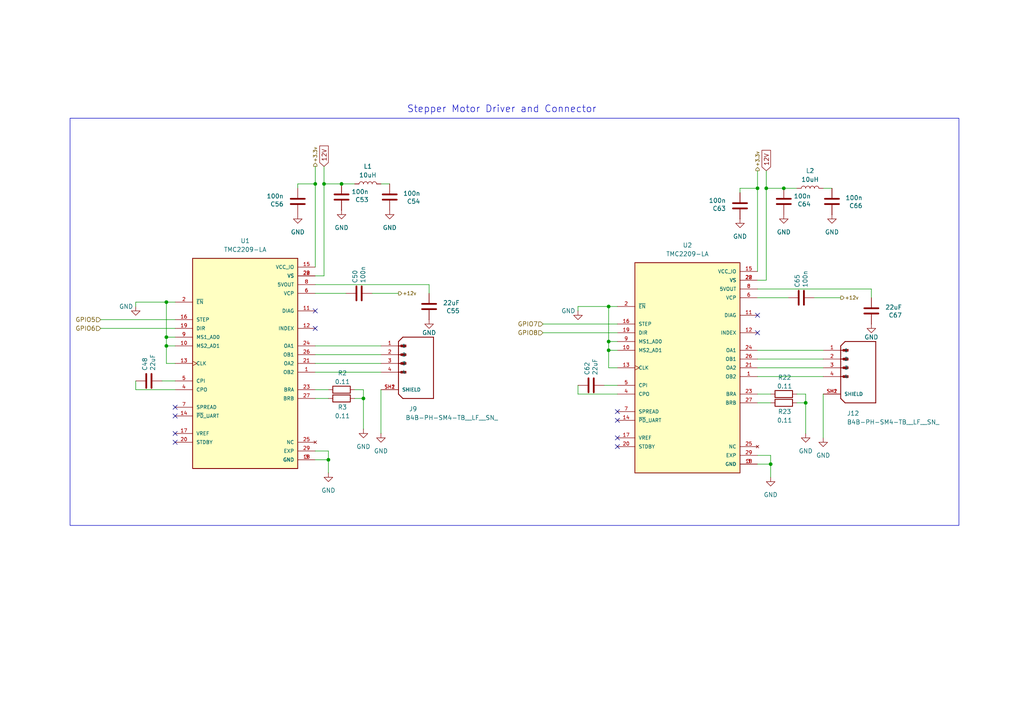
<source format=kicad_sch>
(kicad_sch (version 20250114) (generator "eeschema") (generator_version "9.0")
  (paper "A4")
  (title_block (title "Compute Module 4 IO Board - Stepper") (rev "1") (company "© 2020-2022 Raspberry Pi Ltd (formerly Raspberry Pi (Trading) Ltd.)") (comment 1 "www.raspberrypi.com"))
  (lib_symbols
    (symbol "B4B-PH-SM4-TB__LF__SN_:B4B-PH-SM4-TB__LF__SN_" (pin_names (offset 1.016))
      (property "Reference" "J" (at 0 8.89 0))
      (property "Value" "B4B-PH-SM4-TB__LF__SN_" (at 0 -12.7 0))
      (symbol "B4B-PH-SM4-TB__LF__SN__0_0"
        (polyline (pts (xy 0 6.35) (xy 0 -8.89)) (stroke (width 0.254)))
        (polyline (pts (xy 0 6.35) (xy 1.27 7.62)) (stroke (width 0.254)))
        (polyline (pts (xy 0 5.08) (xy 1.905 5.08)) (stroke (width 0.254)))
        (polyline (pts (xy 0 2.54) (xy 1.905 2.54)) (stroke (width 0.254)))
        (polyline (pts (xy 0 0) (xy 1.905 0)) (stroke (width 0.254)))
        (polyline (pts (xy 0 -2.54) (xy 1.905 -2.54)) (stroke (width 0.254)))
        (polyline (pts (xy 0 -8.89) (xy 1.27 -10.16)) (stroke (width 0.254)))
        (rectangle (start 0.635 4.7625) (end 2.2225 5.3975) (stroke (width 0.1)) (fill (type outline)))
        (rectangle (start 0.635 2.2225) (end 2.2225 2.8575) (stroke (width 0.1)) (fill (type outline)))
        (rectangle (start 0.635 -0.3175) (end 2.2225 0.3175) (stroke (width 0.1)) (fill (type outline)))
        (rectangle (start 0.635 -2.8575) (end 2.2225 -2.2225) (stroke (width 0.1)) (fill (type outline)))
        (polyline (pts (xy 1.27 -10.16) (xy 10.16 -10.16)) (stroke (width 0.254)))
        (polyline (pts (xy 10.16 7.62) (xy 1.27 7.62)) (stroke (width 0.254)))
        (polyline (pts (xy 10.16 -10.16) (xy 10.16 7.62)) (stroke (width 0.254)))
        (pin passive line (at -5.08 5.08 0) (length 5.08) (name "1") (number "1"))
        (pin passive line (at -5.08 2.54 0) (length 5.08) (name "2") (number "2"))
        (pin passive line (at -5.08 0 0) (length 5.08) (name "3") (number "3"))
        (pin passive line (at -5.08 -2.54 0) (length 5.08) (name "4") (number "4"))
        (pin passive line (at -5.08 -7.62 0) (length 5.08) (name "SHIELD") (number "SH1"))
        (pin passive line (at -5.08 -7.62 0) (length 5.08) (name "SHIELD") (number "SH2"))
      )
    )
    (symbol "Device:C" (pin_numbers (hide yes)) (pin_names (offset 0.254))
      (property "Reference" "C" (at 0.635 2.54 0))
      (property "Value" "C" (at 0.635 -2.54 0))
      (symbol "C_0_1"
        (polyline (pts (xy -2.032 0.762) (xy 2.032 0.762)) (stroke (width 0.508)))
        (polyline (pts (xy -2.032 -0.762) (xy 2.032 -0.762)) (stroke (width 0.508)))
      )
      (symbol "C_1_1"
        (pin passive line (at 0 3.81 270) (length 2.794) (name "~") (number "1"))
        (pin passive line (at 0 -3.81 90) (length 2.794) (name "~") (number "2"))
      )
    )
    (symbol "Device:L" (pin_numbers (hide yes)) (pin_names (offset 1.016) (hide yes))
      (property "Reference" "L" (at -1.27 0 90))
      (property "Value" "L" (at 1.905 0 90))
      (symbol "L_0_1"
        (arc (start 0 2.54) (mid 0.6323 1.905) (end 0 1.27))
        (arc (start 0 1.27) (mid 0.6323 0.635) (end 0 0))
        (arc (start 0 0) (mid 0.6323 -0.635) (end 0 -1.27))
        (arc (start 0 -1.27) (mid 0.6323 -1.905) (end 0 -2.54))
      )
      (symbol "L_1_1"
        (pin passive line (at 0 3.81 270) (length 1.27) (name "1") (number "1"))
        (pin passive line (at 0 -3.81 90) (length 1.27) (name "2") (number "2"))
      )
    )
    (symbol "Device:R" (pin_numbers (hide yes)) (pin_names (offset 0))
      (property "Reference" "R" (at 2.032 0 90))
      (property "Value" "R" (at 0 0 90))
      (symbol "R_0_1"
        (rectangle (start -1.016 -2.54) (end 1.016 2.54) (stroke (width 0.254)))
      )
      (symbol "R_1_1"
        (pin passive line (at 0 3.81 270) (length 1.27) (name "~") (number "1"))
        (pin passive line (at 0 -3.81 90) (length 1.27) (name "~") (number "2"))
      )
    )
    (symbol "TMC2209-LA:TMC2209-LA" (pin_names (offset 1.016))
      (property "Reference" "U" (at -15.24 30.48 0))
      (property "Value" "TMC2209-LA" (at -15.24 -33.02 0))
      (symbol "TMC2209-LA_0_0"
        (rectangle (start -15.24 -30.48) (end 15.24 30.48) (stroke (width 0.254)) (fill (type background)))
        (pin input line (at -20.32 17.78 0) (length 5.08) (name "~{EN}") (number "2"))
        (pin input line (at -20.32 12.7 0) (length 5.08) (name "STEP") (number "16"))
        (pin input line (at -20.32 10.16 0) (length 5.08) (name "DIR") (number "19"))
        (pin input line (at -20.32 7.62 0) (length 5.08) (name "MS1_AD0") (number "9"))
        (pin input line (at -20.32 5.08 0) (length 5.08) (name "MS2_AD1") (number "10"))
        (pin input clock (at -20.32 0 0) (length 5.08) (name "CLK") (number "13"))
        (pin input line (at -20.32 -5.08 0) (length 5.08) (name "CPI") (number "5"))
        (pin output line (at -20.32 -7.62 0) (length 5.08) (name "CPO") (number "4"))
        (pin input line (at -20.32 -12.7 0) (length 5.08) (name "SPREAD") (number "7"))
        (pin bidirectional line (at -20.32 -15.24 0) (length 5.08) (name "~{PD}_UART") (number "14"))
        (pin input line (at -20.32 -20.32 0) (length 5.08) (name "VREF") (number "17"))
        (pin input line (at -20.32 -22.86 0) (length 5.08) (name "STDBY") (number "20"))
        (pin power_in line (at 20.32 27.94 180) (length 5.08) (name "VCC_IO") (number "15"))
        (pin power_in line (at 20.32 25.4 180) (length 5.08) (name "VS") (number "22"))
        (pin power_in line (at 20.32 25.4 180) (length 5.08) (name "VS") (number "28"))
        (pin power_in line (at 20.32 22.86 180) (length 5.08) (name "5VOUT") (number "8"))
        (pin power_in line (at 20.32 20.32 180) (length 5.08) (name "VCP") (number "6"))
        (pin output line (at 20.32 15.24 180) (length 5.08) (name "DIAG") (number "11"))
        (pin output line (at 20.32 10.16 180) (length 5.08) (name "INDEX") (number "12"))
        (pin output line (at 20.32 5.08 180) (length 5.08) (name "OA1") (number "24"))
        (pin output line (at 20.32 2.54 180) (length 5.08) (name "OB1") (number "26"))
        (pin output line (at 20.32 0 180) (length 5.08) (name "OA2") (number "21"))
        (pin output line (at 20.32 -2.54 180) (length 5.08) (name "OB2") (number "1"))
        (pin bidirectional line (at 20.32 -7.62 180) (length 5.08) (name "BRA") (number "23"))
        (pin bidirectional line (at 20.32 -10.16 180) (length 5.08) (name "BRB") (number "27"))
        (pin no_connect line (at 20.32 -22.86 180) (length 5.08) (name "NC") (number "25"))
        (pin power_in line (at 20.32 -25.4 180) (length 5.08) (name "EXP") (number "29"))
        (pin power_in line (at 20.32 -27.94 180) (length 5.08) (name "GND") (number "18"))
        (pin power_in line (at 20.32 -27.94 180) (length 5.08) (name "GND") (number "3"))
      )
    )
    (symbol "power:GND" (power) (pin_numbers (hide yes)) (pin_names (offset 0) (hide yes))
      (property "Value" "GND" (at 0 -3.81 0))
      (symbol "GND_0_1"
        (polyline (pts (xy 0 0) (xy 0 -1.27) (xy 1.27 -1.27) (xy 0 -2.54) (xy -1.27 -1.27) (xy 0 -1.27)))
      )
      (symbol "GND_1_1"
        (pin power_in line (at 0 0 270) (length 0) (name "~") (number "1"))
      )
    )
  )
  (rectangle (start 20.32 34.29) (end 278.13 152.4))
  (text "Stepper Motor Driver and Connector" (at 145.542 31.75 0) (effects (font (size 2 2))))
  (junction (at 48.26 100.33))
  (junction (at 105.41 115.57))
  (junction (at 91.44 53.34))
  (junction (at 176.53 99.06))
  (junction (at 219.71 54.61))
  (junction (at 233.68 116.84))
  (junction (at 176.53 88.9))
  (junction (at 48.26 87.63))
  (junction (at 176.53 101.6))
  (junction (at 223.52 134.62))
  (junction (at 227.33 54.61))
  (junction (at 93.98 53.34))
  (junction (at 48.26 97.79))
  (junction (at 222.25 54.61))
  (junction (at 95.25 133.35))
  (junction (at 99.06 53.34))
  (no_connect (at 91.44 90.17))
  (no_connect (at 50.8 118.11))
  (no_connect (at 219.71 91.44))
  (no_connect (at 50.8 128.27))
  (no_connect (at 219.71 96.52))
  (no_connect (at 179.07 119.38))
  (no_connect (at 179.07 121.92))
  (no_connect (at 179.07 127))
  (no_connect (at 179.07 129.54))
  (no_connect (at 50.8 120.65))
  (no_connect (at 50.8 125.73))
  (no_connect (at 91.44 95.25))
  (wire (pts (xy 91.44 53.34) (xy 91.44 77.47)))
  (wire (pts (xy 252.73 83.82) (xy 252.73 86.36)))
  (wire (pts (xy 167.64 114.3) (xy 179.07 114.3)))
  (wire (pts (xy 93.98 80.01) (xy 93.98 53.34)))
  (wire (pts (xy 214.63 54.61) (xy 214.63 55.88)))
  (wire (pts (xy 95.25 130.81) (xy 95.25 133.35)))
  (wire (pts (xy 233.68 114.3) (xy 233.68 116.84)))
  (wire (pts (xy 93.98 48.26) (xy 93.98 53.34)))
  (wire (pts (xy 219.71 134.62) (xy 223.52 134.62)))
  (wire (pts (xy 219.71 109.22) (xy 238.76 109.22)))
  (wire (pts (xy 233.68 116.84) (xy 231.14 116.84)))
  (wire (pts (xy 219.71 106.68) (xy 238.76 106.68)))
  (wire (pts (xy 93.98 53.34) (xy 99.06 53.34)))
  (wire (pts (xy 219.71 86.36) (xy 228.6 86.36)))
  (wire (pts (xy 107.95 85.09) (xy 115.57 85.09)))
  (wire (pts (xy 105.41 115.57) (xy 102.87 115.57)))
  (wire (pts (xy 219.71 114.3) (xy 223.52 114.3)))
  (wire (pts (xy 227.33 54.61) (xy 231.14 54.61)))
  (wire (pts (xy 238.76 54.61) (xy 241.3 54.61)))
  (wire (pts (xy 110.49 53.34) (xy 113.03 53.34)))
  (wire (pts (xy 48.26 100.33) (xy 50.8 100.33)))
  (wire (pts (xy 219.71 54.61) (xy 219.71 78.74)))
  (wire (pts (xy 91.44 48.26) (xy 91.44 53.34)))
  (wire (pts (xy 175.26 111.76) (xy 179.07 111.76)))
  (wire (pts (xy 124.46 82.55) (xy 124.46 85.09)))
  (wire (pts (xy 48.26 100.33) (xy 48.26 105.41)))
  (wire (pts (xy 222.25 49.53) (xy 222.25 54.61)))
  (wire (pts (xy 176.53 101.6) (xy 179.07 101.6)))
  (wire (pts (xy 91.44 100.33) (xy 110.49 100.33)))
  (wire (pts (xy 50.8 105.41) (xy 48.26 105.41)))
  (wire (pts (xy 91.44 80.01) (xy 93.98 80.01)))
  (wire (pts (xy 91.44 115.57) (xy 95.25 115.57)))
  (wire (pts (xy 179.07 88.9) (xy 176.53 88.9)))
  (wire (pts (xy 219.71 101.6) (xy 238.76 101.6)))
  (wire (pts (xy 231.14 114.3) (xy 233.68 114.3)))
  (wire (pts (xy 219.71 116.84) (xy 223.52 116.84)))
  (wire (pts (xy 91.44 133.35) (xy 95.25 133.35)))
  (wire (pts (xy 39.37 110.49) (xy 39.37 113.03)))
  (wire (pts (xy 91.44 105.41) (xy 110.49 105.41)))
  (wire (pts (xy 91.44 130.81) (xy 95.25 130.81)))
  (wire (pts (xy 176.53 99.06) (xy 179.07 99.06)))
  (wire (pts (xy 176.53 88.9) (xy 176.53 99.06)))
  (wire (pts (xy 167.64 111.76) (xy 167.64 114.3)))
  (wire (pts (xy 176.53 101.6) (xy 176.53 106.68)))
  (wire (pts (xy 110.49 113.03) (xy 110.49 125.73)))
  (wire (pts (xy 219.71 54.61) (xy 214.63 54.61)))
  (wire (pts (xy 105.41 113.03) (xy 105.41 115.57)))
  (wire (pts (xy 29.21 92.71) (xy 50.8 92.71)))
  (wire (pts (xy 91.44 85.09) (xy 100.33 85.09)))
  (wire (pts (xy 46.99 110.49) (xy 50.8 110.49)))
  (wire (pts (xy 219.71 49.53) (xy 219.71 54.61)))
  (wire (pts (xy 86.36 53.34) (xy 86.36 54.61)))
  (wire (pts (xy 48.26 87.63) (xy 48.26 97.79)))
  (wire (pts (xy 157.48 93.98) (xy 179.07 93.98)))
  (wire (pts (xy 157.48 96.52) (xy 179.07 96.52)))
  (wire (pts (xy 222.25 81.28) (xy 222.25 54.61)))
  (wire (pts (xy 48.26 87.63) (xy 39.37 87.63)))
  (wire (pts (xy 91.44 107.95) (xy 110.49 107.95)))
  (wire (pts (xy 176.53 99.06) (xy 176.53 101.6)))
  (wire (pts (xy 39.37 87.63) (xy 39.37 88.9)))
  (wire (pts (xy 236.22 86.36) (xy 243.84 86.36)))
  (wire (pts (xy 167.64 88.9) (xy 167.64 90.17)))
  (wire (pts (xy 222.25 54.61) (xy 227.33 54.61)))
  (wire (pts (xy 223.52 132.08) (xy 223.52 134.62)))
  (wire (pts (xy 179.07 106.68) (xy 176.53 106.68)))
  (wire (pts (xy 176.53 88.9) (xy 167.64 88.9)))
  (wire (pts (xy 219.71 81.28) (xy 222.25 81.28)))
  (wire (pts (xy 105.41 115.57) (xy 105.41 124.46)))
  (wire (pts (xy 219.71 104.14) (xy 238.76 104.14)))
  (wire (pts (xy 91.44 113.03) (xy 95.25 113.03)))
  (wire (pts (xy 102.87 113.03) (xy 105.41 113.03)))
  (wire (pts (xy 91.44 53.34) (xy 86.36 53.34)))
  (wire (pts (xy 39.37 113.03) (xy 50.8 113.03)))
  (wire (pts (xy 223.52 134.62) (xy 223.52 138.43)))
  (wire (pts (xy 48.26 97.79) (xy 50.8 97.79)))
  (wire (pts (xy 233.68 116.84) (xy 233.68 125.73)))
  (wire (pts (xy 29.21 95.25) (xy 50.8 95.25)))
  (wire (pts (xy 50.8 87.63) (xy 48.26 87.63)))
  (wire (pts (xy 91.44 82.55) (xy 124.46 82.55)))
  (wire (pts (xy 219.71 83.82) (xy 252.73 83.82)))
  (wire (pts (xy 99.06 53.34) (xy 102.87 53.34)))
  (wire (pts (xy 238.76 114.3) (xy 238.76 127)))
  (wire (pts (xy 219.71 132.08) (xy 223.52 132.08)))
  (wire (pts (xy 95.25 133.35) (xy 95.25 137.16)))
  (wire (pts (xy 48.26 97.79) (xy 48.26 100.33)))
  (wire (pts (xy 91.44 102.87) (xy 110.49 102.87)))
  (global_label "12V" (shape input) (at 222.25 49.53 90) (property "Intersheetrefs" "${INTERSHEET_REFS}" (effects (hide yes))))
  (global_label "12V" (shape input) (at 93.98 48.26 90) (property "Intersheetrefs" "${INTERSHEET_REFS}" (effects (hide yes))))
  (hierarchical_label "+3.3v" (shape output) (at 219.71 49.53 90) (effects (font (size 1 1))))
  (hierarchical_label "+12v" (shape output) (at 243.84 86.36 0) (effects (font (size 1 1))))
  (hierarchical_label "GPIO8" (shape input) (at 157.48 96.52 180))
  (hierarchical_label "GPIO5" (shape input) (at 29.21 92.71 180))
  (hierarchical_label "+12v" (shape output) (at 115.57 85.09 0) (effects (font (size 1 1))))
  (hierarchical_label "GPIO7" (shape input) (at 157.48 93.98 180))
  (hierarchical_label "GPIO6" (shape input) (at 29.21 95.25 180))
  (hierarchical_label "+3.3v" (shape output) (at 91.44 48.26 90) (effects (font (size 1 1))))
  (symbol (lib_id "TMC2209-LA:TMC2209-LA") (at 199.39 106.68 0) (unit 1)
    (property "Reference" "U2" (at 199.39 71.12 0))
    (property "Value" "TMC2209-LA" (at 199.39 73.66 0))
    (property "Footprint" "TMC2209-LA:QFN50P500X500X90-29N" (effects (hide yes)))
    (property "MF" "Trinamic" (effects (hide yes)))
    (property "MAXIMUM_PACKAGE_HEIGHT" "0.90mm" (effects (hide yes)))
    (property "Package" "VFQFN-28 Trinamic" (effects (hide yes)))
    (property "Price" "None" (effects (hide yes)))
    (property "Check_prices" "https://www.snapeda.com/parts/TMC2209-LA/Trinamic/view-part/?ref=eda" (effects (hide yes)))
    (property "STANDARD" "IPC-7351B" (effects (hide yes)))
    (property "PARTREV" "1.08" (effects (hide yes)))
    (property "SnapEDA_Link" "https://www.snapeda.com/parts/TMC2209-LA/Trinamic/view-part/?ref=snap" (effects (hide yes)))
    (property "MP" "TMC2209-LA" (effects (hide yes)))
    (property "Description_1" "Motor / Motion / Ignition Controllers & Drivers Silent stepper motor driver 5 to 36V, up to 1.4A with S/D and UART Interface, 256  Steps, SpreadCycle and Stealthchop2" (effects (hide yes)))
    (property "MANUFACTURER" "Trinamic" (effects (hide yes)))
    (property "Availability" "In Stock" (effects (hide yes)))
    (property "SNAPEDA_PN" "TMC2209-LA" (effects (hide yes)))
  )
  (symbol (lib_id "power:GND") (at 99.06 60.96 0) (unit 1)
    (property "Reference" "#PWR029" (effects (hide yes)))
    (property "Value" "GND" (at 99.06 66.04 0))
    (property "Description" "Power symbol creates a global label with name \"GND\" , ground" (effects (hide yes)))
  )
  (symbol (lib_id "Device:C") (at 232.41 86.36 90) (unit 1)
    (property "Reference" "C65" (at 231.2416 83.439 0) (effects (justify left)))
    (property "Value" "100n" (at 233.553 83.439 0) (effects (justify left)))
    (property "Footprint" "Capacitor_SMD:C_0402_1005Metric" (effects (hide yes)))
    (property "Datasheet" "https://search.murata.co.jp/Ceramy/image/img/A01X/G101/ENG/GRM155R71C104KA88-01.pdf" (effects (hide yes)))
    (property "Field4" "Farnell" (effects (hide yes)))
    (property "Field5" "2611911" (effects (hide yes)))
    (property "Field6" "RM EMK105 B7104KV-F" (effects (hide yes)))
    (property "Field7" "TAIYO YUDEN EUROPE GMBH" (effects (hide yes)))
    (property "Part Description" "	0.1uF 10% 16V Ceramic Capacitor X7R 0402 (1005 Metric)" (effects (hide yes)))
    (property "Field8" "110091611" (effects (hide yes)))
  )
  (symbol (lib_id "power:GND") (at 110.49 125.73 0) (unit 1)
    (property "Reference" "#PWR040" (effects (hide yes)))
    (property "Value" "GND" (at 110.49 130.81 0))
    (property "Description" "Power symbol creates a global label with name \"GND\" , ground" (effects (hide yes)))
  )
  (symbol (lib_id "Device:R") (at 227.33 116.84 90) (unit 1)
    (property "Reference" "R23" (at 227.584 119.38 90))
    (property "Value" "0.11" (at 227.584 121.92 90))
    (property "Description" "Resistor" (effects (hide yes)))
  )
  (symbol (lib_id "power:GND") (at 86.36 62.23 0) (unit 1)
    (property "Reference" "#PWR038" (effects (hide yes)))
    (property "Value" "GND" (at 86.36 67.31 0))
    (property "Description" "Power symbol creates a global label with name \"GND\" , ground" (effects (hide yes)))
  )
  (symbol (lib_id "Device:C") (at 227.33 58.42 180) (unit 1)
    (property "Reference" "C64" (at 235.204 59.2074 0) (effects (justify left)))
    (property "Value" "100n" (at 235.204 56.896 0) (effects (justify left)))
    (property "Footprint" "Capacitor_SMD:C_0402_1005Metric" (effects (hide yes)))
    (property "Datasheet" "https://search.murata.co.jp/Ceramy/image/img/A01X/G101/ENG/GRM155R71C104KA88-01.pdf" (effects (hide yes)))
    (property "Field4" "Farnell" (effects (hide yes)))
    (property "Field5" "2611911" (effects (hide yes)))
    (property "Field6" "RM EMK105 B7104KV-F" (effects (hide yes)))
    (property "Field7" "TAIYO YUDEN EUROPE GMBH" (effects (hide yes)))
    (property "Part Description" "	0.1uF 10% 16V Ceramic Capacitor X7R 0402 (1005 Metric)" (effects (hide yes)))
    (property "Field8" "110091611" (effects (hide yes)))
  )
  (symbol (lib_id "power:GND") (at 39.37 88.9 0) (unit 1)
    (property "Reference" "#PWR022" (effects (hide yes)))
    (property "Value" "GND" (at 36.576 88.9 0))
    (property "Description" "Power symbol creates a global label with name \"GND\" , ground" (effects (hide yes)))
  )
  (symbol (lib_id "Device:C") (at 214.63 59.69 180) (unit 1)
    (property "Reference" "C63" (at 210.566 60.4774 0) (effects (justify left)))
    (property "Value" "100n" (at 210.566 58.166 0) (effects (justify left)))
    (property "Footprint" "Capacitor_SMD:C_0402_1005Metric" (effects (hide yes)))
    (property "Datasheet" "https://search.murata.co.jp/Ceramy/image/img/A01X/G101/ENG/GRM155R71C104KA88-01.pdf" (effects (hide yes)))
    (property "Field4" "Farnell" (effects (hide yes)))
    (property "Field5" "2611911" (effects (hide yes)))
    (property "Field6" "RM EMK105 B7104KV-F" (effects (hide yes)))
    (property "Field7" "TAIYO YUDEN EUROPE GMBH" (effects (hide yes)))
    (property "Part Description" "	0.1uF 10% 16V Ceramic Capacitor X7R 0402 (1005 Metric)" (effects (hide yes)))
    (property "Field8" "110091611" (effects (hide yes)))
  )
  (symbol (lib_id "power:GND") (at 113.03 60.96 0) (unit 1)
    (property "Reference" "#PWR036" (effects (hide yes)))
    (property "Value" "GND" (at 113.03 66.04 0))
    (property "Description" "Power symbol creates a global label with name \"GND\" , ground" (effects (hide yes)))
  )
  (symbol (lib_id "Device:L") (at 234.95 54.61 90) (unit 1)
    (property "Reference" "L2" (at 234.95 49.53 90))
    (property "Value" "10uH" (at 234.95 52.07 90))
    (property "Description" "Inductor" (effects (hide yes)))
  )
  (symbol (lib_id "power:GND") (at 233.68 125.73 0) (unit 1)
    (property "Reference" "#PWR053" (effects (hide yes)))
    (property "Value" "GND" (at 233.68 130.81 0))
    (property "Description" "Power symbol creates a global label with name \"GND\" , ground" (effects (hide yes)))
  )
  (symbol (lib_id "Device:C") (at 99.06 57.15 180) (unit 1)
    (property "Reference" "C53" (at 106.934 57.9374 0) (effects (justify left)))
    (property "Value" "100n" (at 106.934 55.626 0) (effects (justify left)))
    (property "Footprint" "Capacitor_SMD:C_0402_1005Metric" (effects (hide yes)))
    (property "Datasheet" "https://search.murata.co.jp/Ceramy/image/img/A01X/G101/ENG/GRM155R71C104KA88-01.pdf" (effects (hide yes)))
    (property "Field4" "Farnell" (effects (hide yes)))
    (property "Field5" "2611911" (effects (hide yes)))
    (property "Field6" "RM EMK105 B7104KV-F" (effects (hide yes)))
    (property "Field7" "TAIYO YUDEN EUROPE GMBH" (effects (hide yes)))
    (property "Part Description" "	0.1uF 10% 16V Ceramic Capacitor X7R 0402 (1005 Metric)" (effects (hide yes)))
    (property "Field8" "110091611" (effects (hide yes)))
  )
  (symbol (lib_id "Device:R") (at 227.33 114.3 270) (unit 1)
    (property "Reference" "R22" (at 227.584 109.474 90))
    (property "Value" "0.11" (at 227.584 112.014 90))
    (property "Description" "Resistor" (effects (hide yes)))
  )
  (symbol (lib_id "power:GND") (at 95.25 137.16 0) (unit 1)
    (property "Reference" "#PWR020" (effects (hide yes)))
    (property "Value" "GND" (at 95.25 142.24 0))
    (property "Description" "Power symbol creates a global label with name \"GND\" , ground" (effects (hide yes)))
  )
  (symbol (lib_id "Device:C") (at 104.14 85.09 90) (unit 1)
    (property "Reference" "C50" (at 102.9716 82.169 0) (effects (justify left)))
    (property "Value" "100n" (at 105.283 82.169 0) (effects (justify left)))
    (property "Footprint" "Capacitor_SMD:C_0402_1005Metric" (effects (hide yes)))
    (property "Datasheet" "https://search.murata.co.jp/Ceramy/image/img/A01X/G101/ENG/GRM155R71C104KA88-01.pdf" (effects (hide yes)))
    (property "Field4" "Farnell" (effects (hide yes)))
    (property "Field5" "2611911" (effects (hide yes)))
    (property "Field6" "RM EMK105 B7104KV-F" (effects (hide yes)))
    (property "Field7" "TAIYO YUDEN EUROPE GMBH" (effects (hide yes)))
    (property "Part Description" "	0.1uF 10% 16V Ceramic Capacitor X7R 0402 (1005 Metric)" (effects (hide yes)))
    (property "Field8" "110091611" (effects (hide yes)))
  )
  (symbol (lib_id "Device:C") (at 171.45 111.76 90) (unit 1)
    (property "Reference" "C62" (at 170.2816 108.839 0) (effects (justify left)))
    (property "Value" "22uF" (at 172.593 108.839 0) (effects (justify left)))
    (property "Footprint" "Capacitor_SMD:C_0402_1005Metric" (effects (hide yes)))
    (property "Datasheet" "https://search.murata.co.jp/Ceramy/image/img/A01X/G101/ENG/GRM155R71C104KA88-01.pdf" (effects (hide yes)))
    (property "Field4" "Farnell" (effects (hide yes)))
    (property "Field5" "2611911" (effects (hide yes)))
    (property "Field6" "RM EMK105 B7104KV-F" (effects (hide yes)))
    (property "Field7" "TAIYO YUDEN EUROPE GMBH" (effects (hide yes)))
    (property "Part Description" "	0.1uF 10% 16V Ceramic Capacitor X7R 0402 (1005 Metric)" (effects (hide yes)))
    (property "Field8" "110091611" (effects (hide yes)))
  )
  (symbol (lib_id "power:GND") (at 241.3 62.23 0) (unit 1)
    (property "Reference" "#PWR055" (effects (hide yes)))
    (property "Value" "GND" (at 241.3 67.31 0))
    (property "Description" "Power symbol creates a global label with name \"GND\" , ground" (effects (hide yes)))
  )
  (symbol (lib_id "power:GND") (at 238.76 127 0) (unit 1)
    (property "Reference" "#PWR054" (effects (hide yes)))
    (property "Value" "GND" (at 238.76 132.08 0))
    (property "Description" "Power symbol creates a global label with name \"GND\" , ground" (effects (hide yes)))
  )
  (symbol (lib_id "B4B-PH-SM4-TB__LF__SN_:B4B-PH-SM4-TB__LF__SN_") (at 243.84 106.68 0) (unit 1)
    (property "Reference" "J12" (at 245.618 119.888 0) (effects (justify left)))
    (property "Value" "B4B-PH-SM4-TB__LF__SN_" (at 245.618 122.428 0) (effects (justify left)))
    (property "Footprint" "B4B-PH-SM4-TB__LF__SN_:JST_B4B-PH-SM4-TB__LF__SN_" (effects (hide yes)))
    (property "MF" "JST Sales" (effects (hide yes)))
    (property "MAXIMUM_PACKAGE_HEIGHT" "6.6mm" (effects (hide yes)))
    (property "Package" "NON STANDARD-4 JST" (effects (hide yes)))
    (property "Price" "None" (effects (hide yes)))
    (property "Check_prices" "https://www.snapeda.com/parts/B4B-PH-SM4-TB%20(LF)(SN)/JST/view-part/?ref=eda" (effects (hide yes)))
    (property "STANDARD" "Manufacturer Recommendations" (effects (hide yes)))
    (property "PARTREV" "N/A" (effects (hide yes)))
    (property "SnapEDA_Link" "https://www.snapeda.com/parts/B4B-PH-SM4-TB%20(LF)(SN)/JST/view-part/?ref=snap" (effects (hide yes)))
    (property "MP" "B4B-PH-SM4-TB (LF)(SN)" (effects (hide yes)))
    (property "Description_1" "Connector Header Surface Mount 4 position 0.079 (2.00mm)" (effects (hide yes)))
    (property "SNAPEDA_PN" "B4B-PH-SM4-TBT(LF)(SN)" (effects (hide yes)))
    (property "Availability" "In Stock" (effects (hide yes)))
    (property "MANUFACTURER" "JST" (effects (hide yes)))
  )
  (symbol (lib_id "power:GND") (at 167.64 90.17 0) (unit 1)
    (property "Reference" "#PWR045" (effects (hide yes)))
    (property "Value" "GND" (at 164.846 90.17 0))
    (property "Description" "Power symbol creates a global label with name \"GND\" , ground" (effects (hide yes)))
  )
  (symbol (lib_id "Device:C") (at 252.73 90.17 180) (unit 1)
    (property "Reference" "C67" (at 261.62 91.44 0) (effects (justify left)))
    (property "Value" "22uF" (at 261.62 89.1286 0) (effects (justify left)))
    (property "Footprint" "Capacitor_SMD:C_0402_1005Metric" (effects (hide yes)))
    (property "Datasheet" "https://search.murata.co.jp/Ceramy/image/img/A01X/G101/ENG/GRM155R71C104KA88-01.pdf" (effects (hide yes)))
    (property "Field4" "Farnell" (effects (hide yes)))
    (property "Field5" "2611911" (effects (hide yes)))
    (property "Field6" "RM EMK105 B7104KV-F" (effects (hide yes)))
    (property "Field7" "TAIYO YUDEN EUROPE GMBH" (effects (hide yes)))
    (property "Part Description" "	0.1uF 10% 16V Ceramic Capacitor X7R 0402 (1005 Metric)" (effects (hide yes)))
    (property "Field8" "110091611" (effects (hide yes)))
  )
  (symbol (lib_id "Device:C") (at 113.03 57.15 180) (unit 1)
    (property "Reference" "C54" (at 121.92 58.42 0) (effects (justify left)))
    (property "Value" "100n" (at 121.92 56.1086 0) (effects (justify left)))
    (property "Footprint" "Capacitor_SMD:C_0402_1005Metric" (effects (hide yes)))
    (property "Datasheet" "https://search.murata.co.jp/Ceramy/image/img/A01X/G101/ENG/GRM155R71C104KA88-01.pdf" (effects (hide yes)))
    (property "Field4" "Farnell" (effects (hide yes)))
    (property "Field5" "2611911" (effects (hide yes)))
    (property "Field6" "RM EMK105 B7104KV-F" (effects (hide yes)))
    (property "Field7" "TAIYO YUDEN EUROPE GMBH" (effects (hide yes)))
    (property "Part Description" "	0.1uF 10% 16V Ceramic Capacitor X7R 0402 (1005 Metric)" (effects (hide yes)))
    (property "Field8" "110091611" (effects (hide yes)))
  )
  (symbol (lib_id "power:GND") (at 252.73 93.98 0) (unit 1)
    (property "Reference" "#PWR056" (effects (hide yes)))
    (property "Value" "GND" (at 252.73 97.79 0))
    (property "Description" "Power symbol creates a global label with name \"GND\" , ground" (effects (hide yes)))
  )
  (symbol (lib_id "Device:C") (at 43.18 110.49 90) (unit 1)
    (property "Reference" "C48" (at 42.0116 107.569 0) (effects (justify left)))
    (property "Value" "22uF" (at 44.323 107.569 0) (effects (justify left)))
    (property "Footprint" "Capacitor_SMD:C_0402_1005Metric" (effects (hide yes)))
    (property "Datasheet" "https://search.murata.co.jp/Ceramy/image/img/A01X/G101/ENG/GRM155R71C104KA88-01.pdf" (effects (hide yes)))
    (property "Field4" "Farnell" (effects (hide yes)))
    (property "Field5" "2611911" (effects (hide yes)))
    (property "Field6" "RM EMK105 B7104KV-F" (effects (hide yes)))
    (property "Field7" "TAIYO YUDEN EUROPE GMBH" (effects (hide yes)))
    (property "Part Description" "	0.1uF 10% 16V Ceramic Capacitor X7R 0402 (1005 Metric)" (effects (hide yes)))
    (property "Field8" "110091611" (effects (hide yes)))
  )
  (symbol (lib_id "B4B-PH-SM4-TB__LF__SN_:B4B-PH-SM4-TB__LF__SN_") (at 115.57 105.41 0) (unit 1)
    (property "Reference" "J9" (at 118.618 118.618 0) (effects (justify left)))
    (property "Value" "B4B-PH-SM4-TB__LF__SN_" (at 117.602 121.158 0) (effects (justify left)))
    (property "Footprint" "B4B-PH-SM4-TB__LF__SN_:JST_B4B-PH-SM4-TB__LF__SN_" (effects (hide yes)))
    (property "MF" "JST Sales" (effects (hide yes)))
    (property "MAXIMUM_PACKAGE_HEIGHT" "6.6mm" (effects (hide yes)))
    (property "Package" "NON STANDARD-4 JST" (effects (hide yes)))
    (property "Price" "None" (effects (hide yes)))
    (property "Check_prices" "https://www.snapeda.com/parts/B4B-PH-SM4-TB%20(LF)(SN)/JST/view-part/?ref=eda" (effects (hide yes)))
    (property "STANDARD" "Manufacturer Recommendations" (effects (hide yes)))
    (property "PARTREV" "N/A" (effects (hide yes)))
    (property "SnapEDA_Link" "https://www.snapeda.com/parts/B4B-PH-SM4-TB%20(LF)(SN)/JST/view-part/?ref=snap" (effects (hide yes)))
    (property "MP" "B4B-PH-SM4-TB (LF)(SN)" (effects (hide yes)))
    (property "Description_1" "Connector Header Surface Mount 4 position 0.079 (2.00mm)" (effects (hide yes)))
    (property "SNAPEDA_PN" "B4B-PH-SM4-TBT(LF)(SN)" (effects (hide yes)))
    (property "Availability" "In Stock" (effects (hide yes)))
    (property "MANUFACTURER" "JST" (effects (hide yes)))
  )
  (symbol (lib_id "Device:R") (at 99.06 115.57 90) (unit 1)
    (property "Reference" "R3" (at 99.314 118.11 90))
    (property "Value" "0.11" (at 99.314 120.65 90))
    (property "Description" "Resistor" (effects (hide yes)))
  )
  (symbol (lib_id "power:GND") (at 223.52 138.43 0) (unit 1)
    (property "Reference" "#PWR051" (effects (hide yes)))
    (property "Value" "GND" (at 223.52 143.51 0))
    (property "Description" "Power symbol creates a global label with name \"GND\" , ground" (effects (hide yes)))
  )
  (symbol (lib_id "TMC2209-LA:TMC2209-LA") (at 71.12 105.41 0) (unit 1)
    (property "Reference" "U1" (at 71.12 69.85 0))
    (property "Value" "TMC2209-LA" (at 71.12 72.39 0))
    (property "Footprint" "TMC2209-LA:QFN50P500X500X90-29N" (effects (hide yes)))
    (property "MF" "Trinamic" (effects (hide yes)))
    (property "MAXIMUM_PACKAGE_HEIGHT" "0.90mm" (effects (hide yes)))
    (property "Package" "VFQFN-28 Trinamic" (effects (hide yes)))
    (property "Price" "None" (effects (hide yes)))
    (property "Check_prices" "https://www.snapeda.com/parts/TMC2209-LA/Trinamic/view-part/?ref=eda" (effects (hide yes)))
    (property "STANDARD" "IPC-7351B" (effects (hide yes)))
    (property "PARTREV" "1.08" (effects (hide yes)))
    (property "SnapEDA_Link" "https://www.snapeda.com/parts/TMC2209-LA/Trinamic/view-part/?ref=snap" (effects (hide yes)))
    (property "MP" "TMC2209-LA" (effects (hide yes)))
    (property "Description_1" "Motor / Motion / Ignition Controllers & Drivers Silent stepper motor driver 5 to 36V, up to 1.4A with S/D and UART Interface, 256  Steps, SpreadCycle and Stealthchop2" (effects (hide yes)))
    (property "MANUFACTURER" "Trinamic" (effects (hide yes)))
    (property "Availability" "In Stock" (effects (hide yes)))
    (property "SNAPEDA_PN" "TMC2209-LA" (effects (hide yes)))
  )
  (symbol (lib_id "power:GND") (at 214.63 63.5 0) (unit 1)
    (property "Reference" "#PWR048" (effects (hide yes)))
    (property "Value" "GND" (at 214.63 68.58 0))
    (property "Description" "Power symbol creates a global label with name \"GND\" , ground" (effects (hide yes)))
  )
  (symbol (lib_id "Device:C") (at 241.3 58.42 180) (unit 1)
    (property "Reference" "C66" (at 250.19 59.69 0) (effects (justify left)))
    (property "Value" "100n" (at 250.19 57.3786 0) (effects (justify left)))
    (property "Footprint" "Capacitor_SMD:C_0402_1005Metric" (effects (hide yes)))
    (property "Datasheet" "https://search.murata.co.jp/Ceramy/image/img/A01X/G101/ENG/GRM155R71C104KA88-01.pdf" (effects (hide yes)))
    (property "Field4" "Farnell" (effects (hide yes)))
    (property "Field5" "2611911" (effects (hide yes)))
    (property "Field6" "RM EMK105 B7104KV-F" (effects (hide yes)))
    (property "Field7" "TAIYO YUDEN EUROPE GMBH" (effects (hide yes)))
    (property "Part Description" "	0.1uF 10% 16V Ceramic Capacitor X7R 0402 (1005 Metric)" (effects (hide yes)))
    (property "Field8" "110091611" (effects (hide yes)))
  )
  (symbol (lib_id "power:GND") (at 105.41 124.46 0) (unit 1)
    (property "Reference" "#PWR039" (effects (hide yes)))
    (property "Value" "GND" (at 105.41 129.54 0))
    (property "Description" "Power symbol creates a global label with name \"GND\" , ground" (effects (hide yes)))
  )
  (symbol (lib_id "Device:C") (at 86.36 58.42 180) (unit 1)
    (property "Reference" "C56" (at 82.296 59.2074 0) (effects (justify left)))
    (property "Value" "100n" (at 82.296 56.896 0) (effects (justify left)))
    (property "Footprint" "Capacitor_SMD:C_0402_1005Metric" (effects (hide yes)))
    (property "Datasheet" "https://search.murata.co.jp/Ceramy/image/img/A01X/G101/ENG/GRM155R71C104KA88-01.pdf" (effects (hide yes)))
    (property "Field4" "Farnell" (effects (hide yes)))
    (property "Field5" "2611911" (effects (hide yes)))
    (property "Field6" "RM EMK105 B7104KV-F" (effects (hide yes)))
    (property "Field7" "TAIYO YUDEN EUROPE GMBH" (effects (hide yes)))
    (property "Part Description" "	0.1uF 10% 16V Ceramic Capacitor X7R 0402 (1005 Metric)" (effects (hide yes)))
    (property "Field8" "110091611" (effects (hide yes)))
  )
  (symbol (lib_id "Device:L") (at 106.68 53.34 90) (unit 1)
    (property "Reference" "L1" (at 106.68 48.26 90))
    (property "Value" "10uH" (at 106.68 50.8 90))
    (property "Description" "Inductor" (effects (hide yes)))
  )
  (symbol (lib_id "Device:C") (at 124.46 88.9 180) (unit 1)
    (property "Reference" "C55" (at 133.35 90.17 0) (effects (justify left)))
    (property "Value" "22uF" (at 133.35 87.8586 0) (effects (justify left)))
    (property "Footprint" "Capacitor_SMD:C_0402_1005Metric" (effects (hide yes)))
    (property "Datasheet" "https://search.murata.co.jp/Ceramy/image/img/A01X/G101/ENG/GRM155R71C104KA88-01.pdf" (effects (hide yes)))
    (property "Field4" "Farnell" (effects (hide yes)))
    (property "Field5" "2611911" (effects (hide yes)))
    (property "Field6" "RM EMK105 B7104KV-F" (effects (hide yes)))
    (property "Field7" "TAIYO YUDEN EUROPE GMBH" (effects (hide yes)))
    (property "Part Description" "	0.1uF 10% 16V Ceramic Capacitor X7R 0402 (1005 Metric)" (effects (hide yes)))
    (property "Field8" "110091611" (effects (hide yes)))
  )
  (symbol (lib_id "Device:R") (at 99.06 113.03 270) (unit 1)
    (property "Reference" "R2" (at 99.314 108.204 90))
    (property "Value" "0.11" (at 99.314 110.744 90))
    (property "Description" "Resistor" (effects (hide yes)))
  )
  (symbol (lib_id "power:GND") (at 124.46 92.71 0) (unit 1)
    (property "Reference" "#PWR037" (effects (hide yes)))
    (property "Value" "GND" (at 124.46 96.52 0))
    (property "Description" "Power symbol creates a global label with name \"GND\" , ground" (effects (hide yes)))
  )
  (symbol (lib_id "power:GND") (at 227.33 62.23 0) (unit 1)
    (property "Reference" "#PWR052" (effects (hide yes)))
    (property "Value" "GND" (at 227.33 67.31 0))
    (property "Description" "Power symbol creates a global label with name \"GND\" , ground" (effects (hide yes)))
  )
)
</source>
